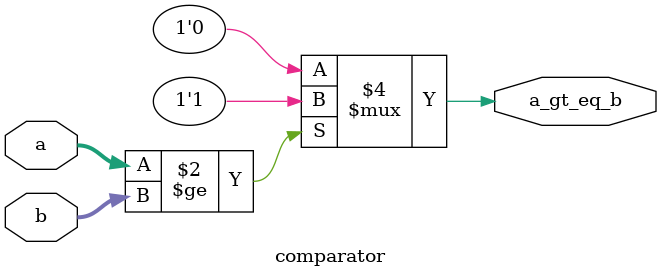
<source format=v>

module comparator #(
    parameter width = 32
)(
    input [width-2:0] a, // First input for comparison
    input [width-2:0] b, // Second input for comparison
    output reg a_gt_eq_b // Output signal indicating if in1 is greater than or equal to in2
);
    always @(*)
    begin
         if(a>=b) begin a_gt_eq_b = 1;  end
        else begin a_gt_eq_b = 0; end
    end

endmodule
</source>
